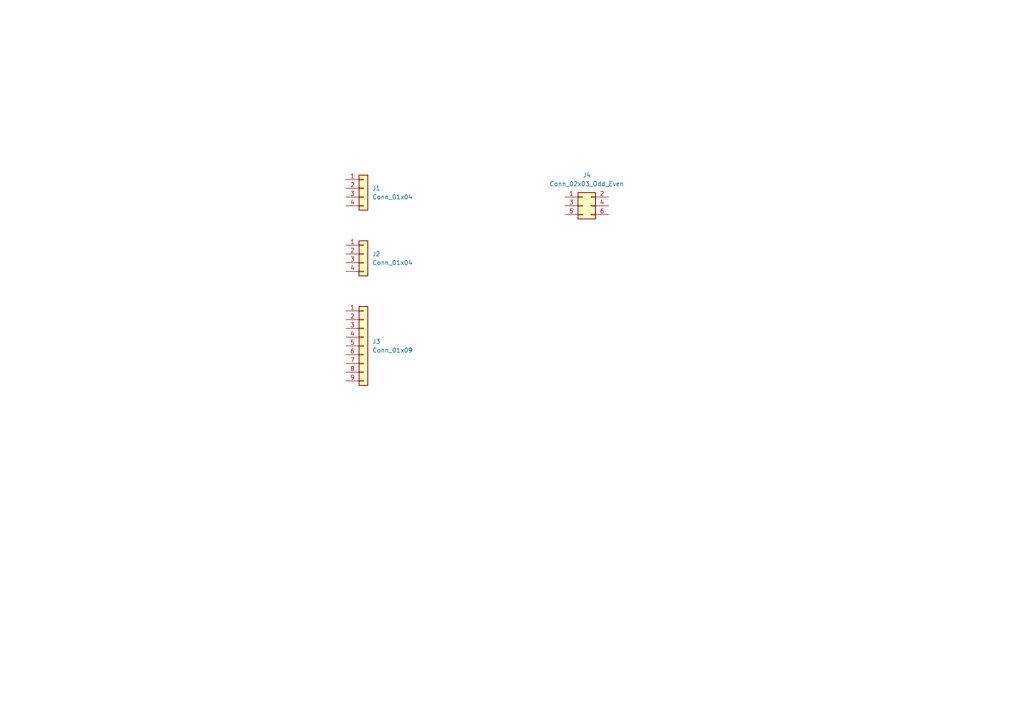
<source format=kicad_sch>
(kicad_sch (version 20231120) (generator "eeschema") (generator_version "8.0")
  (paper "A4")
  (lib_symbols
    (symbol "Connector_Generic:Conn_01x04" (pin_names (offset 1.016) hide)
      (property "Reference" "J" (at 0 5.08 0))
      (property "Value" "Conn_01x04" (at 0 -7.62 0))
      (symbol "Conn_01x04_1_1"
        (rectangle (start -1.27 -4.953) (end 0 -5.207) (stroke (width 0.1524)))
        (rectangle (start -1.27 -2.413) (end 0 -2.667) (stroke (width 0.1524)))
        (rectangle (start -1.27 0.127) (end 0 -0.127) (stroke (width 0.1524)))
        (rectangle (start -1.27 2.667) (end 0 2.413) (stroke (width 0.1524)))
        (rectangle (start -1.27 3.81) (end 1.27 -6.35) (stroke (width 0.254)) (fill (type background)))
        (pin passive line (at -5.08 2.54 0) (length 3.81) (name "Pin_1") (number "1"))
        (pin passive line (at -5.08 0 0) (length 3.81) (name "Pin_2") (number "2"))
        (pin passive line (at -5.08 -2.54 0) (length 3.81) (name "Pin_3") (number "3"))
        (pin passive line (at -5.08 -5.08 0) (length 3.81) (name "Pin_4") (number "4"))
      )
    )
    (symbol "Connector_Generic:Conn_01x09" (pin_names (offset 1.016) hide)
      (property "Reference" "J" (at 0 12.7 0))
      (property "Value" "Conn_01x09" (at 0 -12.7 0))
      (symbol "Conn_01x09_1_1"
        (rectangle (start -1.27 -10.033) (end 0 -10.287) (stroke (width 0.1524)))
        (rectangle (start -1.27 -7.493) (end 0 -7.747) (stroke (width 0.1524)))
        (rectangle (start -1.27 -4.953) (end 0 -5.207) (stroke (width 0.1524)))
        (rectangle (start -1.27 -2.413) (end 0 -2.667) (stroke (width 0.1524)))
        (rectangle (start -1.27 0.127) (end 0 -0.127) (stroke (width 0.1524)))
        (rectangle (start -1.27 2.667) (end 0 2.413) (stroke (width 0.1524)))
        (rectangle (start -1.27 5.207) (end 0 4.953) (stroke (width 0.1524)))
        (rectangle (start -1.27 7.747) (end 0 7.493) (stroke (width 0.1524)))
        (rectangle (start -1.27 10.287) (end 0 10.033) (stroke (width 0.1524)))
        (rectangle (start -1.27 11.43) (end 1.27 -11.43) (stroke (width 0.254)) (fill (type background)))
        (pin passive line (at -5.08 10.16 0) (length 3.81) (name "Pin_1") (number "1"))
        (pin passive line (at -5.08 7.62 0) (length 3.81) (name "Pin_2") (number "2"))
        (pin passive line (at -5.08 5.08 0) (length 3.81) (name "Pin_3") (number "3"))
        (pin passive line (at -5.08 2.54 0) (length 3.81) (name "Pin_4") (number "4"))
        (pin passive line (at -5.08 0 0) (length 3.81) (name "Pin_5") (number "5"))
        (pin passive line (at -5.08 -2.54 0) (length 3.81) (name "Pin_6") (number "6"))
        (pin passive line (at -5.08 -5.08 0) (length 3.81) (name "Pin_7") (number "7"))
        (pin passive line (at -5.08 -7.62 0) (length 3.81) (name "Pin_8") (number "8"))
        (pin passive line (at -5.08 -10.16 0) (length 3.81) (name "Pin_9") (number "9"))
      )
    )
    (symbol "Connector_Generic:Conn_02x03_Odd_Even" (pin_names (offset 1.016) hide)
      (property "Reference" "J" (at 1.27 5.08 0))
      (property "Value" "Conn_02x03_Odd_Even" (at 1.27 -5.08 0))
      (symbol "Conn_02x03_Odd_Even_1_1"
        (rectangle (start -1.27 -2.413) (end 0 -2.667) (stroke (width 0.1524)))
        (rectangle (start -1.27 0.127) (end 0 -0.127) (stroke (width 0.1524)))
        (rectangle (start -1.27 2.667) (end 0 2.413) (stroke (width 0.1524)))
        (rectangle (start -1.27 3.81) (end 3.81 -3.81) (stroke (width 0.254)) (fill (type background)))
        (rectangle (start 3.81 -2.413) (end 2.54 -2.667) (stroke (width 0.1524)))
        (rectangle (start 3.81 0.127) (end 2.54 -0.127) (stroke (width 0.1524)))
        (rectangle (start 3.81 2.667) (end 2.54 2.413) (stroke (width 0.1524)))
        (pin passive line (at -5.08 2.54 0) (length 3.81) (name "Pin_1") (number "1"))
        (pin passive line (at 7.62 2.54 180) (length 3.81) (name "Pin_2") (number "2"))
        (pin passive line (at -5.08 0 0) (length 3.81) (name "Pin_3") (number "3"))
        (pin passive line (at 7.62 0 180) (length 3.81) (name "Pin_4") (number "4"))
        (pin passive line (at -5.08 -2.54 0) (length 3.81) (name "Pin_5") (number "5"))
        (pin passive line (at 7.62 -2.54 180) (length 3.81) (name "Pin_6") (number "6"))
      )
    )
  )
  (symbol (lib_id "Connector_Generic:Conn_01x09") (at 105.41 100.33 0) (unit 1)
    (property "Reference" "J3" (at 107.95 99.0599 0) (effects (justify left)))
    (property "Value" "Conn_01x09" (at 107.95 101.5999 0) (effects (justify left)))
    (property "Footprint" "Connector_PinHeader_2.54mm:PinHeader_1x09_P2.54mm_Vertical" (effects (hide yes)))
    (property "Description" "Generic connector, single row, 01x09, script generated (kicad-library-utils/schlib/autogen/connector/)" (effects (hide yes)))
  )
  (symbol (lib_id "Connector_Generic:Conn_01x04") (at 105.41 73.66 0) (unit 1)
    (property "Reference" "J2" (at 107.95 73.6599 0) (effects (justify left)))
    (property "Value" "Conn_01x04" (at 107.95 76.1999 0) (effects (justify left)))
    (property "Footprint" "Connector_PinHeader_2.54mm:PinHeader_1x04_P2.54mm_Vertical" (effects (hide yes)))
    (property "Description" "Generic connector, single row, 01x04, script generated (kicad-library-utils/schlib/autogen/connector/)" (effects (hide yes)))
  )
  (symbol (lib_id "Connector_Generic:Conn_01x04") (at 105.41 54.61 0) (unit 1)
    (property "Reference" "J1" (at 107.95 54.6099 0) (effects (justify left)))
    (property "Value" "Conn_01x04" (at 107.95 57.1499 0) (effects (justify left)))
    (property "Footprint" "Connector_PinHeader_2.54mm:PinHeader_1x04_P2.54mm_Vertical" (effects (hide yes)))
    (property "Description" "Generic connector, single row, 01x04, script generated (kicad-library-utils/schlib/autogen/connector/)" (effects (hide yes)))
  )
  (symbol (lib_id "Connector_Generic:Conn_02x03_Odd_Even") (at 168.91 59.69 0) (unit 1)
    (property "Reference" "J4" (at 170.18 50.8 0))
    (property "Value" "Conn_02x03_Odd_Even" (at 170.18 53.34 0))
    (property "Footprint" "Connector_PinHeader_2.54mm:PinHeader_2x03_P2.54mm_Vertical" (effects (hide yes)))
    (property "Description" "Generic connector, double row, 02x03, odd/even pin numbering scheme (row 1 odd numbers, row 2 even numbers), script generated (kicad-library-utils/schlib/autogen/connector/)" (effects (hide yes)))
  )
)
</source>
